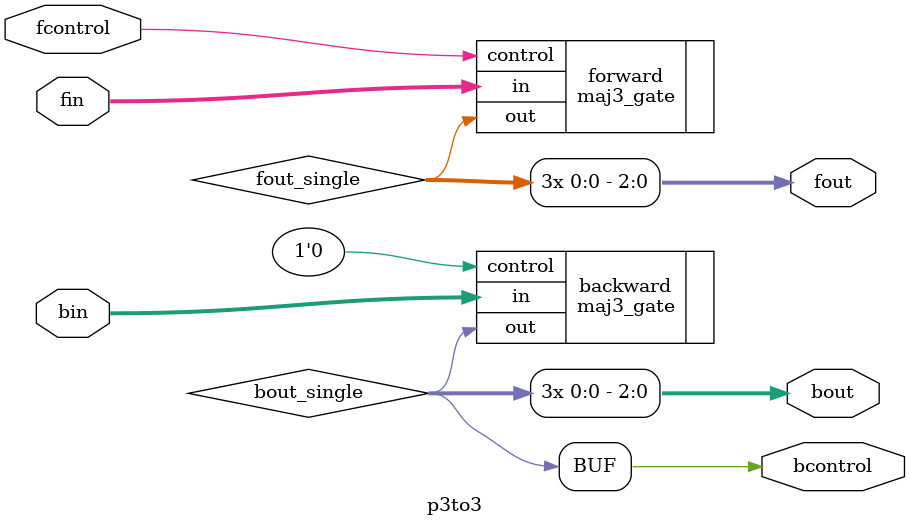
<source format=sv>
`timescale 1ns / 1ps
`default_nettype none // prevents system from inferring an undeclared logic (good practice)
 
module p3to3 (
    input wire fcontrol,
    input wire [2:0] fin,
    input wire [2:0] bin,
    output logic [2:0] fout,
    output logic bcontrol,
    output logic [2:0] bout
  );

  // forward pass
  logic fout_single;
  maj3_gate forward(.control(fcontrol), .in(fin), .out(fout_single));
  assign fout = {fout_single, fout_single, fout_single};
  
  // backward pass
  logic bout_single;
  maj3_gate backward(.control(1'b0), .in(bin), .out(bout_single));
  assign bout = {bout_single, bout_single, bout_single};
  assign bcontrol = bout_single;

endmodule // p3to3
`default_nettype wire
</source>
